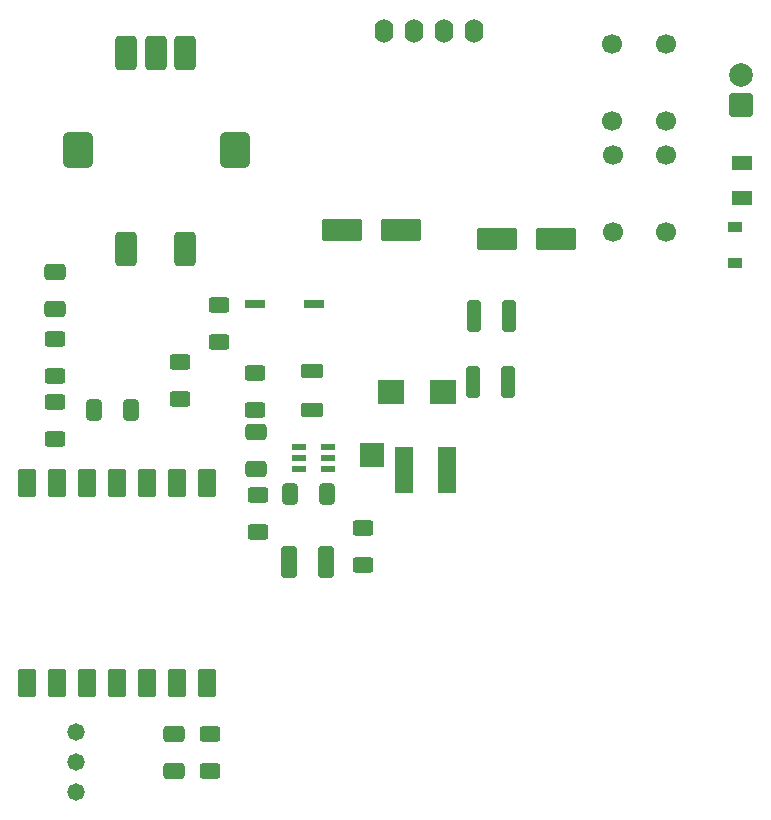
<source format=gbr>
%TF.GenerationSoftware,KiCad,Pcbnew,9.0.6*%
%TF.CreationDate,2026-01-26T20:42:43+01:00*%
%TF.ProjectId,hw,68772e6b-6963-4616-945f-706362585858,rev?*%
%TF.SameCoordinates,Original*%
%TF.FileFunction,Soldermask,Top*%
%TF.FilePolarity,Negative*%
%FSLAX46Y46*%
G04 Gerber Fmt 4.6, Leading zero omitted, Abs format (unit mm)*
G04 Created by KiCad (PCBNEW 9.0.6) date 2026-01-26 20:42:43*
%MOMM*%
%LPD*%
G01*
G04 APERTURE LIST*
G04 Aperture macros list*
%AMRoundRect*
0 Rectangle with rounded corners*
0 $1 Rounding radius*
0 $2 $3 $4 $5 $6 $7 $8 $9 X,Y pos of 4 corners*
0 Add a 4 corners polygon primitive as box body*
4,1,4,$2,$3,$4,$5,$6,$7,$8,$9,$2,$3,0*
0 Add four circle primitives for the rounded corners*
1,1,$1+$1,$2,$3*
1,1,$1+$1,$4,$5*
1,1,$1+$1,$6,$7*
1,1,$1+$1,$8,$9*
0 Add four rect primitives between the rounded corners*
20,1,$1+$1,$2,$3,$4,$5,0*
20,1,$1+$1,$4,$5,$6,$7,0*
20,1,$1+$1,$6,$7,$8,$9,0*
20,1,$1+$1,$8,$9,$2,$3,0*%
G04 Aperture macros list end*
%ADD10RoundRect,0.102000X-1.600000X-0.800000X1.600000X-0.800000X1.600000X0.800000X-1.600000X0.800000X0*%
%ADD11R,1.200000X0.600000*%
%ADD12RoundRect,0.250000X-0.625000X0.400000X-0.625000X-0.400000X0.625000X-0.400000X0.625000X0.400000X0*%
%ADD13RoundRect,0.250000X0.650000X-0.412500X0.650000X0.412500X-0.650000X0.412500X-0.650000X-0.412500X0*%
%ADD14RoundRect,0.250000X0.412500X0.650000X-0.412500X0.650000X-0.412500X-0.650000X0.412500X-0.650000X0*%
%ADD15RoundRect,0.250000X0.412500X1.100000X-0.412500X1.100000X-0.412500X-1.100000X0.412500X-1.100000X0*%
%ADD16RoundRect,0.250000X0.625000X-0.400000X0.625000X0.400000X-0.625000X0.400000X-0.625000X-0.400000X0*%
%ADD17RoundRect,0.152400X-0.609600X1.063600X-0.609600X-1.063600X0.609600X-1.063600X0.609600X1.063600X0*%
%ADD18RoundRect,0.152400X0.609600X-1.063600X0.609600X1.063600X-0.609600X1.063600X-0.609600X-1.063600X0*%
%ADD19C,1.700000*%
%ADD20R,1.500000X4.000000*%
%ADD21RoundRect,0.250000X0.750000X-0.750000X0.750000X0.750000X-0.750000X0.750000X-0.750000X-0.750000X0*%
%ADD22C,2.000000*%
%ADD23RoundRect,0.250000X0.700000X-0.362500X0.700000X0.362500X-0.700000X0.362500X-0.700000X-0.362500X0*%
%ADD24C,1.473200*%
%ADD25RoundRect,0.250000X-0.325000X-1.100000X0.325000X-1.100000X0.325000X1.100000X-0.325000X1.100000X0*%
%ADD26O,1.600000X2.000000*%
%ADD27R,1.200000X0.850000*%
%ADD28RoundRect,0.102000X1.600000X0.800000X-1.600000X0.800000X-1.600000X-0.800000X1.600000X-0.800000X0*%
%ADD29R,2.000000X2.000000*%
%ADD30R,1.700000X0.750000*%
%ADD31RoundRect,0.270000X-0.630000X-1.180000X0.630000X-1.180000X0.630000X1.180000X-0.630000X1.180000X0*%
%ADD32RoundRect,0.375000X-0.875000X-1.125000X0.875000X-1.125000X0.875000X1.125000X-0.875000X1.125000X0*%
%ADD33R,2.200000X2.150000*%
%ADD34R,1.820000X1.160000*%
G04 APERTURE END LIST*
D10*
%TO.C,C5*%
X160441000Y-74676000D03*
X165441000Y-74676000D03*
%TD*%
D11*
%TO.C,PS1*%
X143657000Y-92268000D03*
X143657000Y-93218000D03*
X143657000Y-94168000D03*
X146157000Y-94168000D03*
X146157000Y-93218000D03*
X146157000Y-92268000D03*
%TD*%
D12*
%TO.C,R4*%
X133604000Y-85064000D03*
X133604000Y-88164000D03*
%TD*%
D13*
%TO.C,C3*%
X133096000Y-119672500D03*
X133096000Y-116547500D03*
%TD*%
D14*
%TO.C,C2*%
X129451500Y-89154000D03*
X126326500Y-89154000D03*
%TD*%
D15*
%TO.C,Cin1*%
X145961500Y-101981000D03*
X142836500Y-101981000D03*
%TD*%
D16*
%TO.C,R3*%
X123063000Y-86259000D03*
X123063000Y-83159000D03*
%TD*%
D13*
%TO.C,C1*%
X123063000Y-80556500D03*
X123063000Y-77431500D03*
%TD*%
D16*
%TO.C,R5*%
X140004000Y-89098000D03*
X140004000Y-85998000D03*
%TD*%
D17*
%TO.C,U1*%
X120700000Y-112259000D03*
X123240000Y-112259000D03*
X125780000Y-112259000D03*
X128320000Y-112259000D03*
X130860000Y-112259000D03*
X133400000Y-112259000D03*
X135940000Y-112259000D03*
D18*
X135940000Y-95349000D03*
X133400000Y-95349000D03*
X130860000Y-95349000D03*
X128320000Y-95349000D03*
X125780000Y-95349000D03*
X123240000Y-95349000D03*
X120700000Y-95349000D03*
%TD*%
D19*
%TO.C,SW3*%
X170230000Y-64688000D03*
X170230000Y-58188000D03*
X174730000Y-64688000D03*
X174730000Y-58188000D03*
%TD*%
D20*
%TO.C,L1*%
X156222000Y-94234000D03*
X152622000Y-94234000D03*
%TD*%
D21*
%TO.C,J1*%
X181123500Y-63296000D03*
D22*
X181123500Y-60756001D03*
%TD*%
D23*
%TO.C,L2*%
X144780000Y-89165500D03*
X144780000Y-85840500D03*
%TD*%
D12*
%TO.C,Rfbt1*%
X149098000Y-99161000D03*
X149098000Y-102261000D03*
%TD*%
D16*
%TO.C,R6*%
X136144000Y-119660000D03*
X136144000Y-116560000D03*
%TD*%
D24*
%TO.C,U3*%
X124789400Y-121457000D03*
X124789400Y-118917000D03*
X124789400Y-116377000D03*
%TD*%
D25*
%TO.C,COut1*%
X158418000Y-86741000D03*
X161368000Y-86741000D03*
%TD*%
D26*
%TO.C,OLED1*%
X150926000Y-57068000D03*
X153466000Y-57068000D03*
X156006000Y-57068000D03*
X158546000Y-57068000D03*
%TD*%
D27*
%TO.C,D1*%
X180594000Y-76709000D03*
X180594000Y-73659000D03*
%TD*%
D28*
%TO.C,C4*%
X152360000Y-73914000D03*
X147360000Y-73914000D03*
%TD*%
D19*
%TO.C,SW4*%
X170266000Y-74034000D03*
X170266000Y-67534000D03*
X174766000Y-74034000D03*
X174766000Y-67534000D03*
%TD*%
D29*
%TO.C,TP1*%
X149860000Y-92964000D03*
%TD*%
D30*
%TO.C,LED1*%
X144994000Y-80137000D03*
X139994000Y-80137000D03*
%TD*%
D31*
%TO.C,ROT1*%
X134072000Y-58928000D03*
X129072000Y-58928000D03*
X131572000Y-58928000D03*
X129072000Y-75528000D03*
X134072000Y-75528000D03*
D32*
X124972000Y-67133400D03*
X138272000Y-67133400D03*
%TD*%
D13*
%TO.C,CBoot1*%
X140081000Y-94145500D03*
X140081000Y-91020500D03*
%TD*%
D33*
%TO.C,D2*%
X151470000Y-87630000D03*
X155870000Y-87630000D03*
%TD*%
D34*
%TO.C,F1*%
X181229000Y-71198000D03*
X181229000Y-68248000D03*
%TD*%
D25*
%TO.C,COut2*%
X158545000Y-81153000D03*
X161495000Y-81153000D03*
%TD*%
D16*
%TO.C,R2*%
X123063000Y-91593000D03*
X123063000Y-88493000D03*
%TD*%
%TO.C,R1*%
X136906000Y-83338000D03*
X136906000Y-80238000D03*
%TD*%
D14*
%TO.C,Cinx1*%
X146088500Y-96266000D03*
X142963500Y-96266000D03*
%TD*%
D16*
%TO.C,Rfbb1*%
X140208000Y-99467000D03*
X140208000Y-96367000D03*
%TD*%
M02*

</source>
